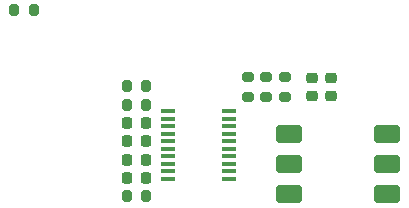
<source format=gtp>
%TF.GenerationSoftware,KiCad,Pcbnew,(6.0.2)*%
%TF.CreationDate,2022-05-02T21:41:20-07:00*%
%TF.ProjectId,hcms_dot_display_bottom,68636d73-5f64-46f7-945f-646973706c61,rev?*%
%TF.SameCoordinates,Original*%
%TF.FileFunction,Paste,Top*%
%TF.FilePolarity,Positive*%
%FSLAX46Y46*%
G04 Gerber Fmt 4.6, Leading zero omitted, Abs format (unit mm)*
G04 Created by KiCad (PCBNEW (6.0.2)) date 2022-05-02 21:41:20*
%MOMM*%
%LPD*%
G01*
G04 APERTURE LIST*
G04 Aperture macros list*
%AMRoundRect*
0 Rectangle with rounded corners*
0 $1 Rounding radius*
0 $2 $3 $4 $5 $6 $7 $8 $9 X,Y pos of 4 corners*
0 Add a 4 corners polygon primitive as box body*
4,1,4,$2,$3,$4,$5,$6,$7,$8,$9,$2,$3,0*
0 Add four circle primitives for the rounded corners*
1,1,$1+$1,$2,$3*
1,1,$1+$1,$4,$5*
1,1,$1+$1,$6,$7*
1,1,$1+$1,$8,$9*
0 Add four rect primitives between the rounded corners*
20,1,$1+$1,$2,$3,$4,$5,0*
20,1,$1+$1,$4,$5,$6,$7,0*
20,1,$1+$1,$6,$7,$8,$9,0*
20,1,$1+$1,$8,$9,$2,$3,0*%
G04 Aperture macros list end*
%ADD10RoundRect,0.152000X0.923000X-0.608000X0.923000X0.608000X-0.923000X0.608000X-0.923000X-0.608000X0*%
%ADD11R,1.200000X0.400000*%
%ADD12RoundRect,0.225000X0.225000X0.250000X-0.225000X0.250000X-0.225000X-0.250000X0.225000X-0.250000X0*%
%ADD13RoundRect,0.200000X-0.275000X0.200000X-0.275000X-0.200000X0.275000X-0.200000X0.275000X0.200000X0*%
%ADD14RoundRect,0.200000X0.200000X0.275000X-0.200000X0.275000X-0.200000X-0.275000X0.200000X-0.275000X0*%
%ADD15RoundRect,0.225000X-0.250000X0.225000X-0.250000X-0.225000X0.250000X-0.225000X0.250000X0.225000X0*%
%ADD16RoundRect,0.200000X-0.200000X-0.275000X0.200000X-0.275000X0.200000X0.275000X-0.200000X0.275000X0*%
G04 APERTURE END LIST*
D10*
X188545000Y-127020000D03*
X188545000Y-124480000D03*
X188545000Y-121940000D03*
X196805000Y-121940000D03*
X196805000Y-124480000D03*
X196805000Y-127020000D03*
D11*
X183450000Y-125707500D03*
X183450000Y-125072500D03*
X183450000Y-124437500D03*
X183450000Y-123802500D03*
X183450000Y-123167500D03*
X183450000Y-122532500D03*
X183450000Y-121897500D03*
X183450000Y-121262500D03*
X183450000Y-120627500D03*
X183450000Y-119992500D03*
X178250000Y-119992500D03*
X178250000Y-120627500D03*
X178250000Y-121262500D03*
X178250000Y-121897500D03*
X178250000Y-122532500D03*
X178250000Y-123167500D03*
X178250000Y-123802500D03*
X178250000Y-124437500D03*
X178250000Y-125072500D03*
X178250000Y-125707500D03*
D12*
X176375000Y-125650000D03*
X174825000Y-125650000D03*
D13*
X186600000Y-117150000D03*
X186600000Y-118800000D03*
D12*
X176375000Y-122550000D03*
X174825000Y-122550000D03*
D14*
X166925000Y-111450000D03*
X165275000Y-111450000D03*
X176425000Y-119450000D03*
X174775000Y-119450000D03*
D12*
X176375000Y-121000000D03*
X174825000Y-121000000D03*
X176375000Y-124100000D03*
X174825000Y-124100000D03*
D15*
X192050000Y-117200000D03*
X192050000Y-118750000D03*
D13*
X185050000Y-117150000D03*
X185050000Y-118800000D03*
X188150000Y-117150000D03*
X188150000Y-118800000D03*
D14*
X176425000Y-117900000D03*
X174775000Y-117900000D03*
D15*
X190500000Y-117200000D03*
X190500000Y-118750000D03*
D16*
X174775000Y-127200000D03*
X176425000Y-127200000D03*
M02*

</source>
